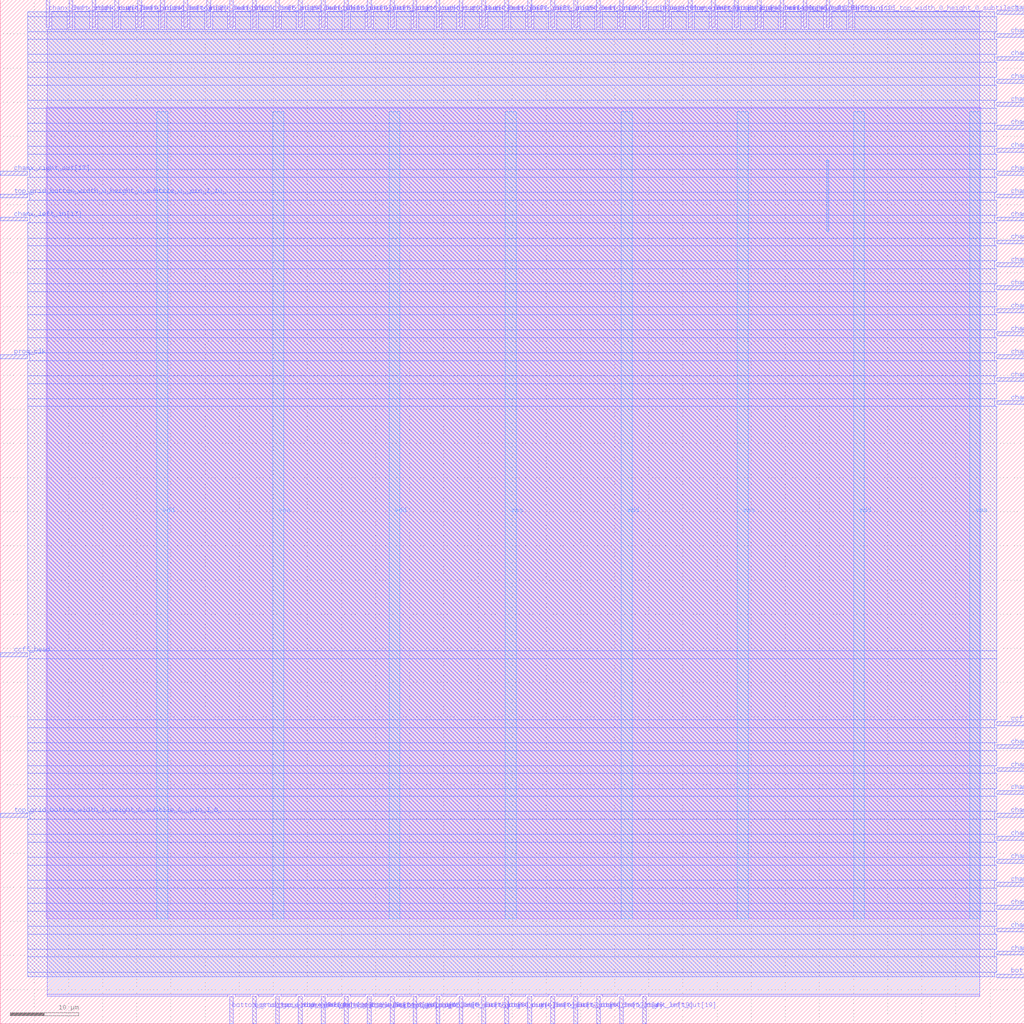
<source format=lef>
VERSION 5.7 ;
  NOWIREEXTENSIONATPIN ON ;
  DIVIDERCHAR "/" ;
  BUSBITCHARS "[]" ;
MACRO cbx_1__0_
  CLASS BLOCK ;
  FOREIGN cbx_1__0_ ;
  ORIGIN 0.000 0.000 ;
  SIZE 150.000 BY 150.000 ;
  PIN bottom_grid_top_width_0_height_0_subtile_0__pin_outpad_0_
    DIRECTION OUTPUT TRISTATE ;
    USE SIGNAL ;
    ANTENNADIFFAREA 0.360800 ;
    PORT
      LAYER Metal3 ;
        RECT 146.000 6.720 150.000 7.280 ;
    END
  END bottom_grid_top_width_0_height_0_subtile_0__pin_outpad_0_
  PIN bottom_grid_top_width_0_height_0_subtile_1__pin_outpad_0_
    DIRECTION OUTPUT TRISTATE ;
    USE SIGNAL ;
    ANTENNADIFFAREA 0.360800 ;
    PORT
      LAYER Metal2 ;
        RECT 124.320 146.000 124.880 150.000 ;
    END
  END bottom_grid_top_width_0_height_0_subtile_1__pin_outpad_0_
  PIN bottom_grid_top_width_0_height_0_subtile_2__pin_outpad_0_
    DIRECTION OUTPUT TRISTATE ;
    USE SIGNAL ;
    ANTENNADIFFAREA 0.360800 ;
    PORT
      LAYER Metal2 ;
        RECT 33.600 0.000 34.160 4.000 ;
    END
  END bottom_grid_top_width_0_height_0_subtile_2__pin_outpad_0_
  PIN bottom_grid_top_width_0_height_0_subtile_3__pin_outpad_0_
    DIRECTION OUTPUT TRISTATE ;
    USE SIGNAL ;
    ANTENNADIFFAREA 0.360800 ;
    PORT
      LAYER Metal2 ;
        RECT 36.960 0.000 37.520 4.000 ;
    END
  END bottom_grid_top_width_0_height_0_subtile_3__pin_outpad_0_
  PIN ccff_head
    DIRECTION INPUT ;
    USE SIGNAL ;
    ANTENNAGATEAREA 0.741000 ;
    ANTENNADIFFAREA 0.410400 ;
    PORT
      LAYER Metal3 ;
        RECT 0.000 53.760 4.000 54.320 ;
    END
  END ccff_head
  PIN ccff_tail
    DIRECTION OUTPUT TRISTATE ;
    USE SIGNAL ;
    ANTENNADIFFAREA 2.080400 ;
    PORT
      LAYER Metal3 ;
        RECT 146.000 43.680 150.000 44.240 ;
    END
  END ccff_tail
  PIN chanx_left_in[0]
    DIRECTION INPUT ;
    USE SIGNAL ;
    ANTENNAGATEAREA 0.741000 ;
    ANTENNADIFFAREA 0.410400 ;
    PORT
      LAYER Metal2 ;
        RECT 6.720 146.000 7.280 150.000 ;
    END
  END chanx_left_in[0]
  PIN chanx_left_in[10]
    DIRECTION INPUT ;
    USE SIGNAL ;
    ANTENNAGATEAREA 0.741000 ;
    ANTENNADIFFAREA 0.410400 ;
    PORT
      LAYER Metal2 ;
        RECT 53.760 0.000 54.320 4.000 ;
    END
  END chanx_left_in[10]
  PIN chanx_left_in[11]
    DIRECTION INPUT ;
    USE SIGNAL ;
    ANTENNAGATEAREA 0.741000 ;
    ANTENNADIFFAREA 0.410400 ;
    PORT
      LAYER Metal3 ;
        RECT 146.000 104.160 150.000 104.720 ;
    END
  END chanx_left_in[11]
  PIN chanx_left_in[12]
    DIRECTION INPUT ;
    USE SIGNAL ;
    ANTENNAGATEAREA 0.741000 ;
    ANTENNADIFFAREA 0.410400 ;
    PORT
      LAYER Metal2 ;
        RECT 120.960 146.000 121.520 150.000 ;
    END
  END chanx_left_in[12]
  PIN chanx_left_in[13]
    DIRECTION INPUT ;
    USE SIGNAL ;
    ANTENNAGATEAREA 0.741000 ;
    ANTENNADIFFAREA 0.410400 ;
    PORT
      LAYER Metal2 ;
        RECT 43.680 146.000 44.240 150.000 ;
    END
  END chanx_left_in[13]
  PIN chanx_left_in[14]
    DIRECTION INPUT ;
    USE SIGNAL ;
    ANTENNAGATEAREA 0.741000 ;
    ANTENNADIFFAREA 0.410400 ;
    PORT
      LAYER Metal2 ;
        RECT 16.800 146.000 17.360 150.000 ;
    END
  END chanx_left_in[14]
  PIN chanx_left_in[15]
    DIRECTION INPUT ;
    USE SIGNAL ;
    ANTENNAGATEAREA 0.741000 ;
    ANTENNADIFFAREA 0.410400 ;
    PORT
      LAYER Metal2 ;
        RECT 77.280 146.000 77.840 150.000 ;
    END
  END chanx_left_in[15]
  PIN chanx_left_in[16]
    DIRECTION INPUT ;
    USE SIGNAL ;
    ANTENNAGATEAREA 0.741000 ;
    ANTENNADIFFAREA 0.410400 ;
    PORT
      LAYER Metal3 ;
        RECT 146.000 147.840 150.000 148.400 ;
    END
  END chanx_left_in[16]
  PIN chanx_left_in[17]
    DIRECTION INPUT ;
    USE SIGNAL ;
    ANTENNAGATEAREA 0.741000 ;
    ANTENNADIFFAREA 0.410400 ;
    PORT
      LAYER Metal3 ;
        RECT 0.000 117.600 4.000 118.160 ;
    END
  END chanx_left_in[17]
  PIN chanx_left_in[18]
    DIRECTION INPUT ;
    USE SIGNAL ;
    ANTENNAGATEAREA 0.741000 ;
    ANTENNADIFFAREA 0.410400 ;
    PORT
      LAYER Metal2 ;
        RECT 117.600 146.000 118.160 150.000 ;
    END
  END chanx_left_in[18]
  PIN chanx_left_in[19]
    DIRECTION INPUT ;
    USE SIGNAL ;
    ANTENNAGATEAREA 0.741000 ;
    ANTENNADIFFAREA 0.410400 ;
    PORT
      LAYER Metal2 ;
        RECT 36.960 146.000 37.520 150.000 ;
    END
  END chanx_left_in[19]
  PIN chanx_left_in[1]
    DIRECTION INPUT ;
    USE SIGNAL ;
    ANTENNAGATEAREA 0.741000 ;
    ANTENNADIFFAREA 0.410400 ;
    PORT
      LAYER Metal2 ;
        RECT 30.240 146.000 30.800 150.000 ;
    END
  END chanx_left_in[1]
  PIN chanx_left_in[2]
    DIRECTION INPUT ;
    USE SIGNAL ;
    ANTENNAGATEAREA 0.741000 ;
    ANTENNADIFFAREA 0.410400 ;
    PORT
      LAYER Metal2 ;
        RECT 23.520 146.000 24.080 150.000 ;
    END
  END chanx_left_in[2]
  PIN chanx_left_in[3]
    DIRECTION INPUT ;
    USE SIGNAL ;
    ANTENNAGATEAREA 0.741000 ;
    ANTENNADIFFAREA 0.410400 ;
    PORT
      LAYER Metal2 ;
        RECT 73.920 146.000 74.480 150.000 ;
    END
  END chanx_left_in[3]
  PIN chanx_left_in[4]
    DIRECTION INPUT ;
    USE SIGNAL ;
    ANTENNAGATEAREA 0.741000 ;
    ANTENNADIFFAREA 0.410400 ;
    PORT
      LAYER Metal2 ;
        RECT 87.360 0.000 87.920 4.000 ;
    END
  END chanx_left_in[4]
  PIN chanx_left_in[5]
    DIRECTION INPUT ;
    USE SIGNAL ;
    ANTENNAGATEAREA 0.741000 ;
    ANTENNADIFFAREA 0.410400 ;
    PORT
      LAYER Metal3 ;
        RECT 146.000 107.520 150.000 108.080 ;
    END
  END chanx_left_in[5]
  PIN chanx_left_in[6]
    DIRECTION INPUT ;
    USE SIGNAL ;
    ANTENNAGATEAREA 0.741000 ;
    ANTENNADIFFAREA 0.410400 ;
    PORT
      LAYER Metal3 ;
        RECT 146.000 10.080 150.000 10.640 ;
    END
  END chanx_left_in[6]
  PIN chanx_left_in[7]
    DIRECTION INPUT ;
    USE SIGNAL ;
    ANTENNAGATEAREA 0.741000 ;
    ANTENNADIFFAREA 0.410400 ;
    PORT
      LAYER Metal2 ;
        RECT 70.560 146.000 71.120 150.000 ;
    END
  END chanx_left_in[7]
  PIN chanx_left_in[8]
    DIRECTION INPUT ;
    USE SIGNAL ;
    ANTENNAGATEAREA 0.741000 ;
    ANTENNADIFFAREA 0.410400 ;
    PORT
      LAYER Metal3 ;
        RECT 146.000 141.120 150.000 141.680 ;
    END
  END chanx_left_in[8]
  PIN chanx_left_in[9]
    DIRECTION INPUT ;
    USE SIGNAL ;
    ANTENNAGATEAREA 0.741000 ;
    ANTENNADIFFAREA 0.410400 ;
    PORT
      LAYER Metal2 ;
        RECT 84.000 146.000 84.560 150.000 ;
    END
  END chanx_left_in[9]
  PIN chanx_left_out[0]
    DIRECTION OUTPUT TRISTATE ;
    USE SIGNAL ;
    ANTENNADIFFAREA 2.080400 ;
    PORT
      LAYER Metal2 ;
        RECT 80.640 0.000 81.200 4.000 ;
    END
  END chanx_left_out[0]
  PIN chanx_left_out[10]
    DIRECTION OUTPUT TRISTATE ;
    USE SIGNAL ;
    ANTENNADIFFAREA 1.986000 ;
    PORT
      LAYER Metal3 ;
        RECT 146.000 110.880 150.000 111.440 ;
    END
  END chanx_left_out[10]
  PIN chanx_left_out[11]
    DIRECTION OUTPUT TRISTATE ;
    USE SIGNAL ;
    ANTENNADIFFAREA 2.080400 ;
    PORT
      LAYER Metal2 ;
        RECT 43.680 0.000 44.240 4.000 ;
    END
  END chanx_left_out[11]
  PIN chanx_left_out[12]
    DIRECTION OUTPUT TRISTATE ;
    USE SIGNAL ;
    ANTENNADIFFAREA 2.080400 ;
    PORT
      LAYER Metal2 ;
        RECT 100.800 146.000 101.360 150.000 ;
    END
  END chanx_left_out[12]
  PIN chanx_left_out[13]
    DIRECTION OUTPUT TRISTATE ;
    USE SIGNAL ;
    ANTENNADIFFAREA 2.080400 ;
    PORT
      LAYER Metal3 ;
        RECT 146.000 30.240 150.000 30.800 ;
    END
  END chanx_left_out[13]
  PIN chanx_left_out[14]
    DIRECTION OUTPUT TRISTATE ;
    USE SIGNAL ;
    ANTENNADIFFAREA 2.080400 ;
    PORT
      LAYER Metal3 ;
        RECT 146.000 134.400 150.000 134.960 ;
    END
  END chanx_left_out[14]
  PIN chanx_left_out[15]
    DIRECTION OUTPUT TRISTATE ;
    USE SIGNAL ;
    ANTENNADIFFAREA 2.080400 ;
    PORT
      LAYER Metal2 ;
        RECT 63.840 0.000 64.400 4.000 ;
    END
  END chanx_left_out[15]
  PIN chanx_left_out[16]
    DIRECTION OUTPUT TRISTATE ;
    USE SIGNAL ;
    ANTENNADIFFAREA 1.986000 ;
    PORT
      LAYER Metal2 ;
        RECT 53.760 146.000 54.320 150.000 ;
    END
  END chanx_left_out[16]
  PIN chanx_left_out[17]
    DIRECTION OUTPUT TRISTATE ;
    USE SIGNAL ;
    ANTENNADIFFAREA 2.080400 ;
    PORT
      LAYER Metal2 ;
        RECT 77.280 0.000 77.840 4.000 ;
    END
  END chanx_left_out[17]
  PIN chanx_left_out[18]
    DIRECTION OUTPUT TRISTATE ;
    USE SIGNAL ;
    ANTENNADIFFAREA 2.080400 ;
    PORT
      LAYER Metal3 ;
        RECT 146.000 26.880 150.000 27.440 ;
    END
  END chanx_left_out[18]
  PIN chanx_left_out[19]
    DIRECTION OUTPUT TRISTATE ;
    USE SIGNAL ;
    ANTENNADIFFAREA 2.080400 ;
    PORT
      LAYER Metal2 ;
        RECT 94.080 0.000 94.640 4.000 ;
    END
  END chanx_left_out[19]
  PIN chanx_left_out[1]
    DIRECTION OUTPUT TRISTATE ;
    USE SIGNAL ;
    ANTENNADIFFAREA 2.080400 ;
    PORT
      LAYER Metal3 ;
        RECT 146.000 40.320 150.000 40.880 ;
    END
  END chanx_left_out[1]
  PIN chanx_left_out[2]
    DIRECTION OUTPUT TRISTATE ;
    USE SIGNAL ;
    ANTENNADIFFAREA 2.080400 ;
    PORT
      LAYER Metal3 ;
        RECT 146.000 36.960 150.000 37.520 ;
    END
  END chanx_left_out[2]
  PIN chanx_left_out[3]
    DIRECTION OUTPUT TRISTATE ;
    USE SIGNAL ;
    ANTENNADIFFAREA 1.986000 ;
    PORT
      LAYER Metal3 ;
        RECT 146.000 120.960 150.000 121.520 ;
    END
  END chanx_left_out[3]
  PIN chanx_left_out[4]
    DIRECTION OUTPUT TRISTATE ;
    USE SIGNAL ;
    ANTENNADIFFAREA 2.080400 ;
    PORT
      LAYER Metal2 ;
        RECT 110.880 146.000 111.440 150.000 ;
    END
  END chanx_left_out[4]
  PIN chanx_left_out[5]
    DIRECTION OUTPUT TRISTATE ;
    USE SIGNAL ;
    ANTENNADIFFAREA 2.080400 ;
    PORT
      LAYER Metal2 ;
        RECT 50.400 146.000 50.960 150.000 ;
    END
  END chanx_left_out[5]
  PIN chanx_left_out[6]
    DIRECTION OUTPUT TRISTATE ;
    USE SIGNAL ;
    ANTENNADIFFAREA 1.986000 ;
    PORT
      LAYER Metal3 ;
        RECT 146.000 100.800 150.000 101.360 ;
    END
  END chanx_left_out[6]
  PIN chanx_left_out[7]
    DIRECTION OUTPUT TRISTATE ;
    USE SIGNAL ;
    ANTENNADIFFAREA 2.080400 ;
    PORT
      LAYER Metal3 ;
        RECT 146.000 144.480 150.000 145.040 ;
    END
  END chanx_left_out[7]
  PIN chanx_left_out[8]
    DIRECTION OUTPUT TRISTATE ;
    USE SIGNAL ;
    ANTENNADIFFAREA 2.080400 ;
    PORT
      LAYER Metal2 ;
        RECT 67.200 0.000 67.760 4.000 ;
    END
  END chanx_left_out[8]
  PIN chanx_left_out[9]
    DIRECTION OUTPUT TRISTATE ;
    USE SIGNAL ;
    ANTENNADIFFAREA 2.080400 ;
    PORT
      LAYER Metal2 ;
        RECT 47.040 146.000 47.600 150.000 ;
    END
  END chanx_left_out[9]
  PIN chanx_right_in[0]
    DIRECTION INPUT ;
    USE SIGNAL ;
    ANTENNAGATEAREA 0.741000 ;
    ANTENNADIFFAREA 0.410400 ;
    PORT
      LAYER Metal2 ;
        RECT 73.920 0.000 74.480 4.000 ;
    END
  END chanx_right_in[0]
  PIN chanx_right_in[10]
    DIRECTION INPUT ;
    USE SIGNAL ;
    ANTENNAGATEAREA 0.741000 ;
    ANTENNADIFFAREA 0.410400 ;
    PORT
      LAYER Metal3 ;
        RECT 146.000 114.240 150.000 114.800 ;
    END
  END chanx_right_in[10]
  PIN chanx_right_in[11]
    DIRECTION INPUT ;
    USE SIGNAL ;
    ANTENNAGATEAREA 0.741000 ;
    ANTENNADIFFAREA 0.410400 ;
    PORT
      LAYER Metal2 ;
        RECT 50.400 0.000 50.960 4.000 ;
    END
  END chanx_right_in[11]
  PIN chanx_right_in[12]
    DIRECTION INPUT ;
    USE SIGNAL ;
    ANTENNAGATEAREA 0.741000 ;
    ANTENNADIFFAREA 0.410400 ;
    PORT
      LAYER Metal2 ;
        RECT 97.440 146.000 98.000 150.000 ;
    END
  END chanx_right_in[12]
  PIN chanx_right_in[13]
    DIRECTION INPUT ;
    USE SIGNAL ;
    ANTENNAGATEAREA 0.741000 ;
    ANTENNADIFFAREA 0.410400 ;
    PORT
      LAYER Metal3 ;
        RECT 146.000 23.520 150.000 24.080 ;
    END
  END chanx_right_in[13]
  PIN chanx_right_in[14]
    DIRECTION INPUT ;
    USE SIGNAL ;
    ANTENNAGATEAREA 0.741000 ;
    ANTENNADIFFAREA 0.410400 ;
    PORT
      LAYER Metal3 ;
        RECT 146.000 97.440 150.000 98.000 ;
    END
  END chanx_right_in[14]
  PIN chanx_right_in[15]
    DIRECTION INPUT ;
    USE SIGNAL ;
    ANTENNAGATEAREA 0.741000 ;
    ANTENNADIFFAREA 0.410400 ;
    PORT
      LAYER Metal2 ;
        RECT 57.120 0.000 57.680 4.000 ;
    END
  END chanx_right_in[15]
  PIN chanx_right_in[16]
    DIRECTION INPUT ;
    USE SIGNAL ;
    ANTENNAGATEAREA 0.741000 ;
    ANTENNADIFFAREA 0.410400 ;
    PORT
      LAYER Metal2 ;
        RECT 20.160 146.000 20.720 150.000 ;
    END
  END chanx_right_in[16]
  PIN chanx_right_in[17]
    DIRECTION INPUT ;
    USE SIGNAL ;
    ANTENNAGATEAREA 0.741000 ;
    ANTENNADIFFAREA 0.410400 ;
    PORT
      LAYER Metal2 ;
        RECT 84.000 0.000 84.560 4.000 ;
    END
  END chanx_right_in[17]
  PIN chanx_right_in[18]
    DIRECTION INPUT ;
    USE SIGNAL ;
    ANTENNAGATEAREA 0.741000 ;
    ANTENNADIFFAREA 0.410400 ;
    PORT
      LAYER Metal3 ;
        RECT 146.000 20.160 150.000 20.720 ;
    END
  END chanx_right_in[18]
  PIN chanx_right_in[19]
    DIRECTION INPUT ;
    USE SIGNAL ;
    ANTENNAGATEAREA 0.741000 ;
    ANTENNADIFFAREA 0.410400 ;
    PORT
      LAYER Metal2 ;
        RECT 90.720 0.000 91.280 4.000 ;
    END
  END chanx_right_in[19]
  PIN chanx_right_in[1]
    DIRECTION INPUT ;
    USE SIGNAL ;
    ANTENNAGATEAREA 0.741000 ;
    ANTENNADIFFAREA 0.410400 ;
    PORT
      LAYER Metal3 ;
        RECT 146.000 16.800 150.000 17.360 ;
    END
  END chanx_right_in[1]
  PIN chanx_right_in[2]
    DIRECTION INPUT ;
    USE SIGNAL ;
    ANTENNAGATEAREA 0.741000 ;
    ANTENNADIFFAREA 0.410400 ;
    PORT
      LAYER Metal3 ;
        RECT 146.000 13.440 150.000 14.000 ;
    END
  END chanx_right_in[2]
  PIN chanx_right_in[3]
    DIRECTION INPUT ;
    USE SIGNAL ;
    ANTENNAGATEAREA 0.741000 ;
    ANTENNADIFFAREA 0.410400 ;
    PORT
      LAYER Metal3 ;
        RECT 146.000 117.600 150.000 118.160 ;
    END
  END chanx_right_in[3]
  PIN chanx_right_in[4]
    DIRECTION INPUT ;
    USE SIGNAL ;
    ANTENNAGATEAREA 0.741000 ;
    ANTENNADIFFAREA 0.410400 ;
    PORT
      LAYER Metal2 ;
        RECT 104.160 146.000 104.720 150.000 ;
    END
  END chanx_right_in[4]
  PIN chanx_right_in[5]
    DIRECTION INPUT ;
    USE SIGNAL ;
    ANTENNAGATEAREA 0.741000 ;
    ANTENNADIFFAREA 0.410400 ;
    PORT
      LAYER Metal2 ;
        RECT 33.600 146.000 34.160 150.000 ;
    END
  END chanx_right_in[5]
  PIN chanx_right_in[6]
    DIRECTION INPUT ;
    USE SIGNAL ;
    ANTENNAGATEAREA 0.741000 ;
    ANTENNADIFFAREA 0.410400 ;
    PORT
      LAYER Metal3 ;
        RECT 146.000 94.080 150.000 94.640 ;
    END
  END chanx_right_in[6]
  PIN chanx_right_in[7]
    DIRECTION INPUT ;
    USE SIGNAL ;
    ANTENNAGATEAREA 0.741000 ;
    ANTENNADIFFAREA 0.410400 ;
    PORT
      LAYER Metal3 ;
        RECT 146.000 90.720 150.000 91.280 ;
    END
  END chanx_right_in[7]
  PIN chanx_right_in[8]
    DIRECTION INPUT ;
    USE SIGNAL ;
    ANTENNAGATEAREA 0.741000 ;
    ANTENNADIFFAREA 0.410400 ;
    PORT
      LAYER Metal2 ;
        RECT 60.480 0.000 61.040 4.000 ;
    END
  END chanx_right_in[8]
  PIN chanx_right_in[9]
    DIRECTION INPUT ;
    USE SIGNAL ;
    ANTENNAGATEAREA 0.741000 ;
    ANTENNADIFFAREA 0.410400 ;
    PORT
      LAYER Metal2 ;
        RECT 13.440 146.000 14.000 150.000 ;
    END
  END chanx_right_in[9]
  PIN chanx_right_out[0]
    DIRECTION OUTPUT TRISTATE ;
    USE SIGNAL ;
    ANTENNADIFFAREA 2.080400 ;
    PORT
      LAYER Metal2 ;
        RECT 57.120 146.000 57.680 150.000 ;
    END
  END chanx_right_out[0]
  PIN chanx_right_out[10]
    DIRECTION OUTPUT TRISTATE ;
    USE SIGNAL ;
    ANTENNADIFFAREA 2.080400 ;
    PORT
      LAYER Metal2 ;
        RECT 40.320 0.000 40.880 4.000 ;
    END
  END chanx_right_out[10]
  PIN chanx_right_out[11]
    DIRECTION OUTPUT TRISTATE ;
    USE SIGNAL ;
    ANTENNADIFFAREA 2.080400 ;
    PORT
      LAYER Metal3 ;
        RECT 146.000 131.040 150.000 131.600 ;
    END
  END chanx_right_out[11]
  PIN chanx_right_out[12]
    DIRECTION OUTPUT TRISTATE ;
    USE SIGNAL ;
    ANTENNADIFFAREA 2.080400 ;
    PORT
      LAYER Metal2 ;
        RECT 107.520 146.000 108.080 150.000 ;
    END
  END chanx_right_out[12]
  PIN chanx_right_out[13]
    DIRECTION OUTPUT TRISTATE ;
    USE SIGNAL ;
    ANTENNADIFFAREA 1.986000 ;
    PORT
      LAYER Metal2 ;
        RECT 60.480 146.000 61.040 150.000 ;
    END
  END chanx_right_out[13]
  PIN chanx_right_out[14]
    DIRECTION OUTPUT TRISTATE ;
    USE SIGNAL ;
    ANTENNADIFFAREA 1.986000 ;
    PORT
      LAYER Metal2 ;
        RECT 40.320 146.000 40.880 150.000 ;
    END
  END chanx_right_out[14]
  PIN chanx_right_out[15]
    DIRECTION OUTPUT TRISTATE ;
    USE SIGNAL ;
    ANTENNADIFFAREA 2.080400 ;
    PORT
      LAYER Metal2 ;
        RECT 90.720 146.000 91.280 150.000 ;
    END
  END chanx_right_out[15]
  PIN chanx_right_out[16]
    DIRECTION OUTPUT TRISTATE ;
    USE SIGNAL ;
    ANTENNADIFFAREA 2.080400 ;
    PORT
      LAYER Metal3 ;
        RECT 146.000 124.320 150.000 124.880 ;
    END
  END chanx_right_out[16]
  PIN chanx_right_out[17]
    DIRECTION OUTPUT TRISTATE ;
    USE SIGNAL ;
    ANTENNADIFFAREA 2.080400 ;
    PORT
      LAYER Metal3 ;
        RECT 0.000 124.320 4.000 124.880 ;
    END
  END chanx_right_out[17]
  PIN chanx_right_out[18]
    DIRECTION OUTPUT TRISTATE ;
    USE SIGNAL ;
    ANTENNADIFFAREA 2.080400 ;
    PORT
      LAYER Metal2 ;
        RECT 114.240 146.000 114.800 150.000 ;
    END
  END chanx_right_out[18]
  PIN chanx_right_out[19]
    DIRECTION OUTPUT TRISTATE ;
    USE SIGNAL ;
    ANTENNADIFFAREA 1.986000 ;
    PORT
      LAYER Metal2 ;
        RECT 26.880 146.000 27.440 150.000 ;
    END
  END chanx_right_out[19]
  PIN chanx_right_out[1]
    DIRECTION OUTPUT TRISTATE ;
    USE SIGNAL ;
    ANTENNADIFFAREA 1.986000 ;
    PORT
      LAYER Metal2 ;
        RECT 10.080 146.000 10.640 150.000 ;
    END
  END chanx_right_out[1]
  PIN chanx_right_out[2]
    DIRECTION OUTPUT TRISTATE ;
    USE SIGNAL ;
    ANTENNADIFFAREA 2.080400 ;
    PORT
      LAYER Metal2 ;
        RECT 63.840 146.000 64.400 150.000 ;
    END
  END chanx_right_out[2]
  PIN chanx_right_out[3]
    DIRECTION OUTPUT TRISTATE ;
    USE SIGNAL ;
    ANTENNADIFFAREA 2.080400 ;
    PORT
      LAYER Metal2 ;
        RECT 80.640 146.000 81.200 150.000 ;
    END
  END chanx_right_out[3]
  PIN chanx_right_out[4]
    DIRECTION OUTPUT TRISTATE ;
    USE SIGNAL ;
    ANTENNADIFFAREA 2.080400 ;
    PORT
      LAYER Metal2 ;
        RECT 70.560 0.000 71.120 4.000 ;
    END
  END chanx_right_out[4]
  PIN chanx_right_out[5]
    DIRECTION OUTPUT TRISTATE ;
    USE SIGNAL ;
    ANTENNADIFFAREA 2.080400 ;
    PORT
      LAYER Metal3 ;
        RECT 146.000 137.760 150.000 138.320 ;
    END
  END chanx_right_out[5]
  PIN chanx_right_out[6]
    DIRECTION OUTPUT TRISTATE ;
    USE SIGNAL ;
    ANTENNADIFFAREA 2.080400 ;
    PORT
      LAYER Metal3 ;
        RECT 146.000 33.600 150.000 34.160 ;
    END
  END chanx_right_out[6]
  PIN chanx_right_out[7]
    DIRECTION OUTPUT TRISTATE ;
    USE SIGNAL ;
    ANTENNADIFFAREA 2.080400 ;
    PORT
      LAYER Metal2 ;
        RECT 67.200 146.000 67.760 150.000 ;
    END
  END chanx_right_out[7]
  PIN chanx_right_out[8]
    DIRECTION OUTPUT TRISTATE ;
    USE SIGNAL ;
    ANTENNADIFFAREA 1.986000 ;
    PORT
      LAYER Metal3 ;
        RECT 146.000 127.680 150.000 128.240 ;
    END
  END chanx_right_out[8]
  PIN chanx_right_out[9]
    DIRECTION OUTPUT TRISTATE ;
    USE SIGNAL ;
    ANTENNADIFFAREA 2.080400 ;
    PORT
      LAYER Metal2 ;
        RECT 87.360 146.000 87.920 150.000 ;
    END
  END chanx_right_out[9]
  PIN pReset
    DIRECTION INPUT ;
    USE SIGNAL ;
    ANTENNAGATEAREA 0.498500 ;
    ANTENNADIFFAREA 0.410400 ;
    PORT
      LAYER Metal2 ;
        RECT 47.040 0.000 47.600 4.000 ;
    END
  END pReset
  PIN prog_clk
    DIRECTION INPUT ;
    USE SIGNAL ;
    ANTENNAGATEAREA 4.738000 ;
    ANTENNADIFFAREA 0.410400 ;
    PORT
      LAYER Metal3 ;
        RECT 0.000 97.440 4.000 98.000 ;
    END
  END prog_clk
  PIN top_grid_bottom_width_0_height_0_subtile_0__pin_I_10_
    DIRECTION OUTPUT TRISTATE ;
    USE SIGNAL ;
    ANTENNADIFFAREA 0.360800 ;
    PORT
      LAYER Metal3 ;
        RECT 0.000 120.960 4.000 121.520 ;
    END
  END top_grid_bottom_width_0_height_0_subtile_0__pin_I_10_
  PIN top_grid_bottom_width_0_height_0_subtile_0__pin_I_2_
    DIRECTION OUTPUT TRISTATE ;
    USE SIGNAL ;
    ANTENNADIFFAREA 0.360800 ;
    PORT
      LAYER Metal2 ;
        RECT 94.080 146.000 94.640 150.000 ;
    END
  END top_grid_bottom_width_0_height_0_subtile_0__pin_I_2_
  PIN top_grid_bottom_width_0_height_0_subtile_0__pin_I_6_
    DIRECTION OUTPUT TRISTATE ;
    USE SIGNAL ;
    ANTENNADIFFAREA 0.360800 ;
    PORT
      LAYER Metal3 ;
        RECT 0.000 30.240 4.000 30.800 ;
    END
  END top_grid_bottom_width_0_height_0_subtile_0__pin_I_6_
  PIN vdd
    DIRECTION INOUT ;
    USE POWER ;
    PORT
      LAYER Metal4 ;
        RECT 22.930 15.380 24.530 133.580 ;
    END
    PORT
      LAYER Metal4 ;
        RECT 56.950 15.380 58.550 133.580 ;
    END
    PORT
      LAYER Metal4 ;
        RECT 90.970 15.380 92.570 133.580 ;
    END
    PORT
      LAYER Metal4 ;
        RECT 124.990 15.380 126.590 133.580 ;
    END
  END vdd
  PIN vss
    DIRECTION INOUT ;
    USE GROUND ;
    PORT
      LAYER Metal4 ;
        RECT 39.940 15.380 41.540 133.580 ;
    END
    PORT
      LAYER Metal4 ;
        RECT 73.960 15.380 75.560 133.580 ;
    END
    PORT
      LAYER Metal4 ;
        RECT 107.980 15.380 109.580 133.580 ;
    END
    PORT
      LAYER Metal4 ;
        RECT 142.000 15.380 143.600 133.580 ;
    END
  END vss
  OBS
      LAYER Metal1 ;
        RECT 6.720 15.380 143.600 134.250 ;
      LAYER Metal2 ;
        RECT 7.580 145.700 9.780 148.310 ;
        RECT 10.940 145.700 13.140 148.310 ;
        RECT 14.300 145.700 16.500 148.310 ;
        RECT 17.660 145.700 19.860 148.310 ;
        RECT 21.020 145.700 23.220 148.310 ;
        RECT 24.380 145.700 26.580 148.310 ;
        RECT 27.740 145.700 29.940 148.310 ;
        RECT 31.100 145.700 33.300 148.310 ;
        RECT 34.460 145.700 36.660 148.310 ;
        RECT 37.820 145.700 40.020 148.310 ;
        RECT 41.180 145.700 43.380 148.310 ;
        RECT 44.540 145.700 46.740 148.310 ;
        RECT 47.900 145.700 50.100 148.310 ;
        RECT 51.260 145.700 53.460 148.310 ;
        RECT 54.620 145.700 56.820 148.310 ;
        RECT 57.980 145.700 60.180 148.310 ;
        RECT 61.340 145.700 63.540 148.310 ;
        RECT 64.700 145.700 66.900 148.310 ;
        RECT 68.060 145.700 70.260 148.310 ;
        RECT 71.420 145.700 73.620 148.310 ;
        RECT 74.780 145.700 76.980 148.310 ;
        RECT 78.140 145.700 80.340 148.310 ;
        RECT 81.500 145.700 83.700 148.310 ;
        RECT 84.860 145.700 87.060 148.310 ;
        RECT 88.220 145.700 90.420 148.310 ;
        RECT 91.580 145.700 93.780 148.310 ;
        RECT 94.940 145.700 97.140 148.310 ;
        RECT 98.300 145.700 100.500 148.310 ;
        RECT 101.660 145.700 103.860 148.310 ;
        RECT 105.020 145.700 107.220 148.310 ;
        RECT 108.380 145.700 110.580 148.310 ;
        RECT 111.740 145.700 113.940 148.310 ;
        RECT 115.100 145.700 117.300 148.310 ;
        RECT 118.460 145.700 120.660 148.310 ;
        RECT 121.820 145.700 124.020 148.310 ;
        RECT 125.180 145.700 143.460 148.310 ;
        RECT 6.860 4.300 143.460 145.700 ;
        RECT 6.860 4.000 33.300 4.300 ;
        RECT 34.460 4.000 36.660 4.300 ;
        RECT 37.820 4.000 40.020 4.300 ;
        RECT 41.180 4.000 43.380 4.300 ;
        RECT 44.540 4.000 46.740 4.300 ;
        RECT 47.900 4.000 50.100 4.300 ;
        RECT 51.260 4.000 53.460 4.300 ;
        RECT 54.620 4.000 56.820 4.300 ;
        RECT 57.980 4.000 60.180 4.300 ;
        RECT 61.340 4.000 63.540 4.300 ;
        RECT 64.700 4.000 66.900 4.300 ;
        RECT 68.060 4.000 70.260 4.300 ;
        RECT 71.420 4.000 73.620 4.300 ;
        RECT 74.780 4.000 76.980 4.300 ;
        RECT 78.140 4.000 80.340 4.300 ;
        RECT 81.500 4.000 83.700 4.300 ;
        RECT 84.860 4.000 87.060 4.300 ;
        RECT 88.220 4.000 90.420 4.300 ;
        RECT 91.580 4.000 93.780 4.300 ;
        RECT 94.940 4.000 143.460 4.300 ;
      LAYER Metal3 ;
        RECT 4.000 147.540 145.700 148.260 ;
        RECT 4.000 145.340 146.000 147.540 ;
        RECT 4.000 144.180 145.700 145.340 ;
        RECT 4.000 141.980 146.000 144.180 ;
        RECT 4.000 140.820 145.700 141.980 ;
        RECT 4.000 138.620 146.000 140.820 ;
        RECT 4.000 137.460 145.700 138.620 ;
        RECT 4.000 135.260 146.000 137.460 ;
        RECT 4.000 134.100 145.700 135.260 ;
        RECT 4.000 131.900 146.000 134.100 ;
        RECT 4.000 130.740 145.700 131.900 ;
        RECT 4.000 128.540 146.000 130.740 ;
        RECT 4.000 127.380 145.700 128.540 ;
        RECT 4.000 125.180 146.000 127.380 ;
        RECT 4.300 124.020 145.700 125.180 ;
        RECT 4.000 121.820 146.000 124.020 ;
        RECT 4.300 120.660 145.700 121.820 ;
        RECT 4.000 118.460 146.000 120.660 ;
        RECT 4.300 117.300 145.700 118.460 ;
        RECT 4.000 115.100 146.000 117.300 ;
        RECT 4.000 113.940 145.700 115.100 ;
        RECT 4.000 111.740 146.000 113.940 ;
        RECT 4.000 110.580 145.700 111.740 ;
        RECT 4.000 108.380 146.000 110.580 ;
        RECT 4.000 107.220 145.700 108.380 ;
        RECT 4.000 105.020 146.000 107.220 ;
        RECT 4.000 103.860 145.700 105.020 ;
        RECT 4.000 101.660 146.000 103.860 ;
        RECT 4.000 100.500 145.700 101.660 ;
        RECT 4.000 98.300 146.000 100.500 ;
        RECT 4.300 97.140 145.700 98.300 ;
        RECT 4.000 94.940 146.000 97.140 ;
        RECT 4.000 93.780 145.700 94.940 ;
        RECT 4.000 91.580 146.000 93.780 ;
        RECT 4.000 90.420 145.700 91.580 ;
        RECT 4.000 54.620 146.000 90.420 ;
        RECT 4.300 53.460 146.000 54.620 ;
        RECT 4.000 44.540 146.000 53.460 ;
        RECT 4.000 43.380 145.700 44.540 ;
        RECT 4.000 41.180 146.000 43.380 ;
        RECT 4.000 40.020 145.700 41.180 ;
        RECT 4.000 37.820 146.000 40.020 ;
        RECT 4.000 36.660 145.700 37.820 ;
        RECT 4.000 34.460 146.000 36.660 ;
        RECT 4.000 33.300 145.700 34.460 ;
        RECT 4.000 31.100 146.000 33.300 ;
        RECT 4.300 29.940 145.700 31.100 ;
        RECT 4.000 27.740 146.000 29.940 ;
        RECT 4.000 26.580 145.700 27.740 ;
        RECT 4.000 24.380 146.000 26.580 ;
        RECT 4.000 23.220 145.700 24.380 ;
        RECT 4.000 21.020 146.000 23.220 ;
        RECT 4.000 19.860 145.700 21.020 ;
        RECT 4.000 17.660 146.000 19.860 ;
        RECT 4.000 16.500 145.700 17.660 ;
        RECT 4.000 14.300 146.000 16.500 ;
        RECT 4.000 13.140 145.700 14.300 ;
        RECT 4.000 10.940 146.000 13.140 ;
        RECT 4.000 9.780 145.700 10.940 ;
        RECT 4.000 7.580 146.000 9.780 ;
        RECT 4.000 6.860 145.700 7.580 ;
      LAYER Metal4 ;
        RECT 121.100 116.010 121.380 126.470 ;
  END
END cbx_1__0_
END LIBRARY


</source>
